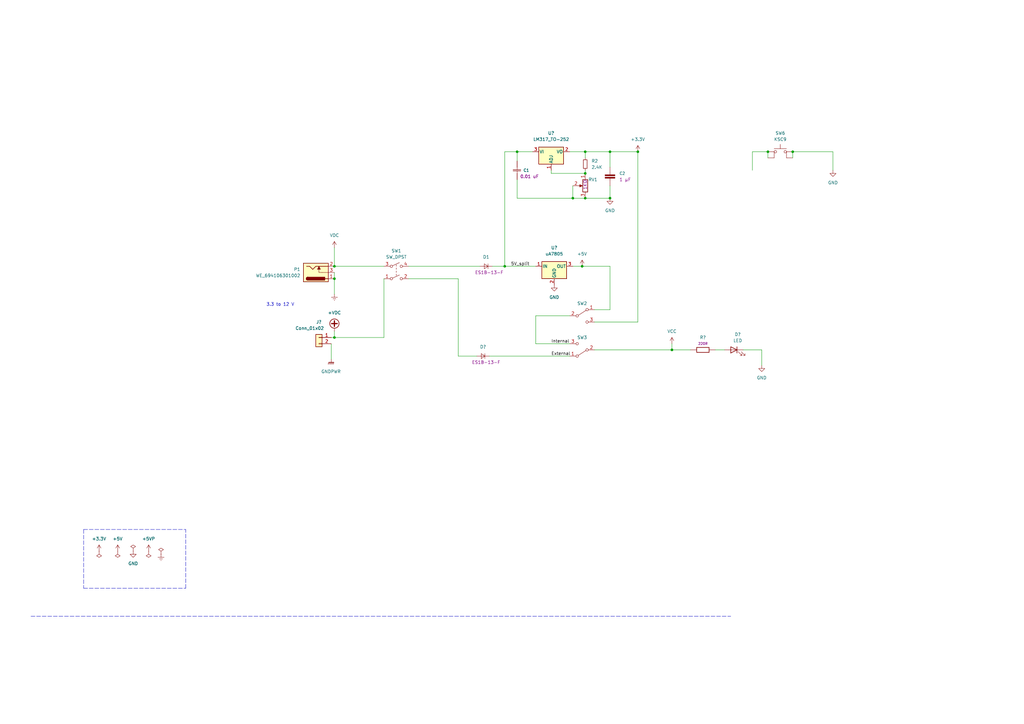
<source format=kicad_sch>
(kicad_sch (version 20211123) (generator eeschema)
  (paper "A3")
  (title_block (title "AT40M") (date "2022-09-09") (rev "A-A"))
  (lib_symbols
    (symbol "Connector_Generic:Conn_01x02" (pin_names (offset 1.016) hide)
      (property "Reference" "J" (at 0 2.54 0))
      (property "Value" "Conn_01x02" (at 0 -5.08 0))
      (symbol "Conn_01x02_1_1"
        (rectangle (start -1.27 -2.413) (end 0 -2.667) (stroke (width 0.1524)))
        (rectangle (start -1.27 0.127) (end 0 -0.127) (stroke (width 0.1524)))
        (rectangle (start -1.27 1.27) (end 1.27 -3.81) (stroke (width 0.254)) (fill (type background)))
        (pin passive line (at -5.08 0 0) (length 3.81) (name "Pin_1") (number "1"))
        (pin passive line (at -5.08 -2.54 0) (length 3.81) (name "Pin_2") (number "2"))
      )
    )
    (symbol "Device:LED" (pin_numbers hide) (pin_names (offset 1.016) hide)
      (property "Reference" "D" (at 0 2.54 0))
      (property "Value" "LED" (at 0 -2.54 0))
      (symbol "LED_0_1"
        (polyline (pts (xy -1.27 -1.27) (xy -1.27 1.27)) (stroke (width 0.254)))
        (polyline (pts (xy -1.27 0) (xy 1.27 0)))
        (polyline (pts (xy 1.27 -1.27) (xy 1.27 1.27) (xy -1.27 0) (xy 1.27 -1.27)) (stroke (width 0.254)))
        (polyline (pts (xy -3.048 -0.762) (xy -4.572 -2.286) (xy -3.81 -2.286) (xy -4.572 -2.286) (xy -4.572 -1.524)))
        (polyline (pts (xy -1.778 -0.762) (xy -3.302 -2.286) (xy -2.54 -2.286) (xy -3.302 -2.286) (xy -3.302 -1.524)))
      )
      (symbol "LED_1_1"
        (pin passive line (at -3.81 0 0) (length 2.54) (name "K") (number "1"))
        (pin passive line (at 3.81 0 180) (length 2.54) (name "A") (number "2"))
      )
    )
    (symbol "Device:R_Small" (pin_numbers hide) (pin_names (offset 0.254) hide)
      (property "Reference" "R" (at 0.762 0.508 0))
      (property "Value" "R_Small" (at 0.762 -1.016 0))
      (symbol "R_Small_0_1"
        (rectangle (start -0.762 1.778) (end 0.762 -1.778) (stroke (width 0.2032)))
      )
      (symbol "R_Small_1_1"
        (pin passive line (at 0 2.54 270) (length 0.762) (name "~") (number "1"))
        (pin passive line (at 0 -2.54 90) (length 0.762) (name "~") (number "2"))
      )
    )
    (symbol "LRJ-parts:C_CL21B103KBANNNC" (pin_numbers hide) (pin_names (offset 1.016) hide)
      (property "Reference" "C" (at 1.524 2.921 0))
      (property "MPN" "CL21B103KBANNNC" (at -11.43 0 0))
      (symbol "C_CL21B103KBANNNC_1_1"
        (polyline (pts (xy -1.651 -0.254) (xy 1.524 -0.254)) (stroke (width 0.2032)))
        (polyline (pts (xy -1.651 0.254) (xy 1.524 0.254)) (stroke (width 0.2032)))
        (polyline (pts (xy 0 -1.27) (xy 0 -0.254)))
        (polyline (pts (xy 0 1.27) (xy 0 0.254)))
        (pin passive line (at 0 3.81 270) (length 2.54) (name "1") (number "1"))
        (pin passive line (at 0 -3.81 90) (length 2.54) (name "2") (number "2"))
      )
    )
    (symbol "LRJ-parts:C_CL21B105KBFNNNF" (pin_numbers hide) (pin_names (offset 1.016) hide)
      (property "Reference" "C" (at 1.524 2.921 0))
      (property "Capacitance" "1 µF" (at -5.08 1.27 0))
      (property "Voltage rating" "50V" (at -5.08 -1.27 0))
      (symbol "C_CL21B105KBFNNNF_1_0"
        (polyline (pts (xy 0 0) (xy 0 0.508)))
        (polyline (pts (xy 0 2.54) (xy 0 2.032)))
      )
      (symbol "C_CL21B105KBFNNNF_1_1"
        (rectangle (start -2.032 0.508) (end 2.032 1.016) (fill (type outline)))
        (rectangle (start -2.032 1.524) (end 2.032 2.032) (fill (type outline)))
        (pin passive line (at 0 5.08 270) (length 2.54) (name "1") (number "1"))
        (pin passive line (at 0 -2.54 90) (length 2.54) (name "2") (number "2"))
      )
    )
    (symbol "LRJ-parts:RV_3361P-1-102GLF" (pin_names (offset 1.016) hide)
      (property "Reference" "RV" (at -2.54 0 0))
      (property "Resistance" "1KΩ" (at 0 0 90))
      (symbol "RV_3361P-1-102GLF_0_1"
        (polyline (pts (xy 2.54 0) (xy 1.524 0)))
        (polyline (pts (xy 1.143 0) (xy 2.286 0.508) (xy 2.286 -0.508) (xy 1.143 0)) (fill (type outline)))
        (rectangle (start 1.016 2.54) (end -1.016 -2.54) (stroke (width 0.254)))
      )
      (symbol "RV_3361P-1-102GLF_1_1"
        (pin passive line (at 0 5.08 270) (length 2.54) (name "1") (number "1"))
        (pin passive line (at 5.08 0 180) (length 2.54) (name "2") (number "2"))
        (pin passive line (at 0 -5.08 90) (length 2.54) (name "3") (number "3"))
      )
    )
    (symbol "LRJ-parts:R_CRGP0603F220R" (pin_numbers hide) (pin_names (offset 0))
      (property "Reference" "R" (at 2.032 0 90))
      (property "Resistance" "220R" (at 0 0 90))
      (symbol "R_CRGP0603F220R_0_1"
        (rectangle (start -1.016 -2.54) (end 1.016 2.54) (stroke (width 0.254)))
      )
      (symbol "R_CRGP0603F220R_1_1"
        (pin passive line (at 0 5.08 270) (length 2.54) (name "~") (number "1"))
        (pin passive line (at 0 -5.08 90) (length 2.54) (name "~") (number "2"))
      )
    )
    (symbol "LRJ-parts:TE_1977143-4" (pin_names (offset 0) hide)
      (property "Reference" "SW" (at 0 4.318 0))
      (symbol "TE_1977143-4_0_0"
        (circle (center -2.032 0) (radius 0.508))
        (circle (center 2.032 -2.54) (radius 0.508))
      )
      (symbol "TE_1977143-4_0_1"
        (polyline (pts (xy -1.524 0.254) (xy 1.651 2.286)))
        (circle (center 2.032 2.54) (radius 0.508))
      )
      (symbol "TE_1977143-4_1_1"
        (pin passive line (at 5.08 2.54 180) (length 2.54) (name "A") (number "1"))
        (pin passive line (at -5.08 0 0) (length 2.54) (name "B") (number "2"))
        (pin passive line (at 5.08 -2.54 180) (length 2.54) (name "C") (number "3"))
      )
    )
    (symbol "Regulator_Linear:LM317_TO-252" (pin_names (offset 0.254))
      (property "Reference" "U" (at -3.81 3.175 0))
      (property "Value" "LM317_TO-252" (at 0 3.175 0))
      (symbol "LM317_TO-252_0_1"
        (rectangle (start -5.08 1.905) (end 5.08 -5.08) (stroke (width 0.254)) (fill (type background)))
      )
      (symbol "LM317_TO-252_1_1"
        (pin input line (at 0 -7.62 90) (length 2.54) (name "ADJ") (number "1"))
        (pin power_out line (at 7.62 0 180) (length 2.54) (name "VO") (number "2"))
        (pin power_in line (at -7.62 0 0) (length 2.54) (name "VI") (number "3"))
      )
    )
    (symbol "Regulator_Linear:uA7805" (pin_names (offset 0.254))
      (property "Reference" "U" (at -3.81 3.175 0))
      (property "Value" "uA7805" (at 0 3.175 0))
      (symbol "uA7805_0_1"
        (rectangle (start -5.08 1.905) (end 5.08 -5.08) (stroke (width 0.254)) (fill (type background)))
      )
      (symbol "uA7805_1_1"
        (pin power_in line (at -7.62 0 0) (length 2.54) (name "IN") (number "1"))
        (pin power_in line (at 0 -7.62 90) (length 2.54) (name "GND") (number "2"))
        (pin power_out line (at 7.62 0 180) (length 2.54) (name "OUT") (number "3"))
      )
    )
    (symbol "Switch:SW_DPST" (pin_names (offset 0) hide)
      (property "Reference" "SW" (at 0 5.08 0))
      (property "Value" "SW_DPST" (at 0 -5.08 0))
      (symbol "SW_DPST_0_0"
        (circle (center -2.032 -2.54) (radius 0.508))
        (circle (center -2.032 2.54) (radius 0.508))
        (polyline (pts (xy -1.524 -2.286) (xy 1.27 -1.016)))
        (polyline (pts (xy -1.524 2.794) (xy 1.27 4.064)))
        (polyline (pts (xy 0 -1.27) (xy 0 -0.635)))
        (polyline (pts (xy 0 0) (xy 0 0.635)))
        (polyline (pts (xy 0 1.27) (xy 0 1.905)))
        (polyline (pts (xy 0 2.54) (xy 0 3.175)))
        (circle (center 2.032 -2.54) (radius 0.508))
        (circle (center 2.032 2.54) (radius 0.508))
      )
      (symbol "SW_DPST_1_1"
        (pin passive line (at -5.08 -2.54 0) (length 2.54) (name "1") (number "1"))
        (pin passive line (at 5.08 -2.54 180) (length 2.54) (name "2") (number "2"))
        (pin passive line (at -5.08 2.54 0) (length 2.54) (name "3") (number "3"))
        (pin passive line (at 5.08 2.54 180) (length 2.54) (name "4") (number "4"))
      )
    )
    (symbol "Zpark:D_ES1B-13-F" (pin_numbers hide) (pin_names (offset 0.254) hide)
      (property "Reference" "D" (at -1.27 2.032 0))
      (symbol "D_ES1B-13-F_0_1"
        (polyline (pts (xy -0.762 -1.016) (xy -0.762 1.016)))
        (polyline (pts (xy -0.762 0) (xy 0.762 0)))
        (polyline (pts (xy 0.762 -1.016) (xy -0.762 0) (xy 0.762 1.016) (xy 0.762 -1.016)))
      )
      (symbol "D_ES1B-13-F_1_1"
        (pin passive line (at -2.54 0 0) (length 1.778) (name "K") (number "1"))
        (pin passive line (at 2.54 0 180) (length 1.778) (name "A") (number "2"))
      )
    )
    (symbol "Zpark:KSC9" (pin_numbers hide) (pin_names (offset 1.016) hide)
      (property "Reference" "SW" (at 1.27 2.54 0))
      (property "Value" "KSC9" (at 0 -4.064 0))
      (symbol "KSC9_0_1"
        (circle (center -2.032 0) (radius 0.508))
        (polyline (pts (xy -2.54 -2.54) (xy -2.54 0)))
        (polyline (pts (xy 0 1.27) (xy 0 3.048)))
        (polyline (pts (xy 2.54 -2.54) (xy 2.54 0)))
        (polyline (pts (xy 2.54 1.27) (xy -2.54 1.27)))
        (circle (center 2.032 0) (radius 0.508))
        (pin passive line (at -5.08 0 0) (length 2.54) (name "1") (number "1"))
        (pin passive line (at 5.08 0 180) (length 2.54) (name "4") (number "4"))
      )
      (symbol "KSC9_1_1"
        (pin passive line (at -5.08 -2.54 0) (length 2.54) (name "2") (number "2"))
        (pin passive line (at 5.08 -2.54 180) (length 2.54) (name "3") (number "3"))
      )
    )
    (symbol "Zpark:WE_694106301002" (pin_names hide)
      (property "Reference" "J" (at 0 5.334 0))
      (property "Value" "WE_694106301002" (at 1.27 -6.35 0))
      (symbol "WE_694106301002_0_1"
        (rectangle (start -5.08 3.81) (end 5.08 -3.81) (stroke (width 0.254)) (fill (type background)))
        (arc (start -3.302 3.175) (mid -3.937 2.54) (end -3.302 1.905) (stroke (width 0.254)))
        (arc (start -3.302 3.175) (mid -3.937 2.54) (end -3.302 1.905) (stroke (width 0.254)) (fill (type outline)))
        (polyline (pts (xy 5.08 2.54) (xy 3.81 2.54)) (stroke (width 0.254)))
        (polyline (pts (xy 2.54 0) (xy 1.27 0) (xy 1.27 -1.905)))
        (polyline (pts (xy 0.635 -1.27) (xy 1.905 -1.27) (xy 1.27 -2.54) (xy 0.635 -1.27)) (fill (type outline)))
        (polyline (pts (xy -3.81 -2.54) (xy -2.54 -2.54) (xy -1.27 -1.27) (xy 0 -2.54) (xy 2.54 -2.54) (xy 5.08 -2.54)) (stroke (width 0.254)))
        (rectangle (start 3.683 3.175) (end -3.302 1.905) (stroke (width 0.254)) (fill (type outline)))
      )
      (symbol "WE_694106301002_1_1"
        (polyline (pts (xy 2.54 0) (xy 5.08 0)) (stroke (width 0.1524)))
        (pin passive line (at 7.62 2.54 180) (length 2.54) (name "~") (number "1"))
        (pin passive line (at 7.62 -2.54 180) (length 2.54) (name "~") (number "2"))
        (pin passive line (at 7.62 0 180) (length 2.54) (name "MP") (number "3"))
      )
    )
    (symbol "power:+3.3V" (power) (pin_names (offset 0))
      (property "Value" "+3.3V" (at 0 3.556 0))
      (symbol "+3.3V_0_1"
        (polyline (pts (xy -0.762 1.27) (xy 0 2.54)))
        (polyline (pts (xy 0 0) (xy 0 2.54)))
        (polyline (pts (xy 0 2.54) (xy 0.762 1.27)))
      )
      (symbol "+3.3V_1_1"
        (pin power_in line (at 0 0 90) (length 0) hide (name "+3.3V") (number "1"))
      )
    )
    (symbol "power:+5V" (power) (pin_names (offset 0))
      (property "Value" "+5V" (at 0 3.556 0))
      (symbol "+5V_0_1"
        (polyline (pts (xy -0.762 1.27) (xy 0 2.54)))
        (polyline (pts (xy 0 0) (xy 0 2.54)))
        (polyline (pts (xy 0 2.54) (xy 0.762 1.27)))
      )
      (symbol "+5V_1_1"
        (pin power_in line (at 0 0 90) (length 0) hide (name "+5V") (number "1"))
      )
    )
    (symbol "power:+5VP" (power) (pin_names (offset 0))
      (property "Value" "+5VP" (at 0 3.556 0))
      (symbol "+5VP_0_1"
        (polyline (pts (xy -0.762 1.27) (xy 0 2.54)))
        (polyline (pts (xy 0 0) (xy 0 2.54)))
        (polyline (pts (xy 0 2.54) (xy 0.762 1.27)))
      )
      (symbol "+5VP_1_1"
        (pin power_in line (at 0 0 90) (length 0) hide (name "+5VP") (number "1"))
      )
    )
    (symbol "power:+VDC" (power) (pin_names (offset 0))
      (property "Value" "+VDC" (at 0 6.35 0))
      (symbol "+VDC_0_1"
        (polyline (pts (xy -1.143 3.175) (xy 1.143 3.175)) (stroke (width 0.508)))
        (polyline (pts (xy 0 0) (xy 0 1.27)))
        (polyline (pts (xy 0 2.032) (xy 0 4.318)) (stroke (width 0.508)))
        (circle (center 0 3.175) (radius 1.905) (stroke (width 0.254)))
      )
      (symbol "+VDC_1_1"
        (pin power_in line (at 0 0 90) (length 0) hide (name "+VDC") (number "1"))
      )
    )
    (symbol "power:Earth" (power) (pin_names (offset 0))
      (symbol "Earth_0_1"
        (polyline (pts (xy -0.635 -1.905) (xy 0.635 -1.905)))
        (polyline (pts (xy -0.127 -2.54) (xy 0.127 -2.54)))
        (polyline (pts (xy 0 -1.27) (xy 0 0)))
        (polyline (pts (xy 1.27 -1.27) (xy -1.27 -1.27)))
      )
      (symbol "Earth_1_1"
        (pin power_in line (at 0 0 270) (length 0) hide (name "Earth") (number "1"))
      )
    )
    (symbol "power:GND" (power) (pin_names (offset 0))
      (property "Value" "GND" (at 0 -3.81 0))
      (symbol "GND_0_1"
        (polyline (pts (xy 0 0) (xy 0 -1.27) (xy 1.27 -1.27) (xy 0 -2.54) (xy -1.27 -1.27) (xy 0 -1.27)))
      )
      (symbol "GND_1_1"
        (pin power_in line (at 0 0 270) (length 0) hide (name "GND") (number "1"))
      )
    )
    (symbol "power:GNDPWR" (power) (pin_names (offset 0))
      (property "Value" "GNDPWR" (at 0 -3.302 0))
      (symbol "GNDPWR_0_1"
        (polyline (pts (xy 0 -1.27) (xy 0 0)))
        (polyline (pts (xy -1.016 -1.27) (xy -1.27 -2.032) (xy -1.27 -2.032)) (stroke (width 0.2032)))
        (polyline (pts (xy -0.508 -1.27) (xy -0.762 -2.032) (xy -0.762 -2.032)) (stroke (width 0.2032)))
        (polyline (pts (xy 0 -1.27) (xy -0.254 -2.032) (xy -0.254 -2.032)) (stroke (width 0.2032)))
        (polyline (pts (xy 0.508 -1.27) (xy 0.254 -2.032) (xy 0.254 -2.032)) (stroke (width 0.2032)))
        (polyline (pts (xy 1.016 -1.27) (xy -1.016 -1.27) (xy -1.016 -1.27)) (stroke (width 0.2032)))
        (polyline (pts (xy 1.016 -1.27) (xy 0.762 -2.032) (xy 0.762 -2.032) (xy 0.762 -2.032)) (stroke (width 0.2032)))
      )
      (symbol "GNDPWR_1_1"
        (pin power_in line (at 0 0 270) (length 0) hide (name "GNDPWR") (number "1"))
      )
    )
    (symbol "power:PWR_FLAG" (power) (pin_numbers hide) (pin_names (offset 0) hide)
      (property "Value" "PWR_FLAG" (at 0 3.81 0))
      (symbol "PWR_FLAG_0_0"
        (pin power_out line (at 0 0 90) (length 0) (name "pwr") (number "1"))
      )
      (symbol "PWR_FLAG_0_1"
        (polyline (pts (xy 0 0) (xy 0 1.27) (xy -1.016 1.905) (xy 0 2.54) (xy 1.016 1.905) (xy 0 1.27)))
      )
    )
    (symbol "power:VCC" (power) (pin_names (offset 0))
      (property "Value" "VCC" (at 0 3.81 0))
      (symbol "VCC_0_1"
        (polyline (pts (xy -0.762 1.27) (xy 0 2.54)))
        (polyline (pts (xy 0 0) (xy 0 2.54)))
        (polyline (pts (xy 0 2.54) (xy 0.762 1.27)))
      )
      (symbol "VCC_1_1"
        (pin power_in line (at 0 0 90) (length 0) hide (name "VCC") (number "1"))
      )
    )
    (symbol "power:VDC" (power) (pin_names (offset 0))
      (property "Value" "VDC" (at 0 6.35 0))
      (symbol "VDC_0_1"
        (polyline (pts (xy -0.762 1.27) (xy 0 2.54)))
        (polyline (pts (xy 0 0) (xy 0 2.54)))
        (polyline (pts (xy 0 2.54) (xy 0.762 1.27)))
      )
      (symbol "VDC_1_1"
        (pin power_in line (at 0 0 90) (length 0) hide (name "VDC") (number "1"))
      )
    )
  )
  (junction (at 240.03 81.28))
  (junction (at 240.03 62.23))
  (junction (at 234.95 81.28))
  (junction (at 137.16 109.22))
  (junction (at 137.16 114.3))
  (junction (at 250.19 62.23))
  (junction (at 238.76 109.22))
  (junction (at 250.19 81.28))
  (junction (at 207.01 109.22))
  (junction (at 275.59 143.51))
  (junction (at 314.96 62.23))
  (junction (at 212.09 62.23))
  (junction (at 137.16 138.43))
  (junction (at 325.12 62.23))
  (junction (at 240.03 71.12))
  (junction (at 261.62 62.23))
  (wire (pts (xy 234.95 76.2) (xy 234.95 81.28)))
  (wire (pts (xy 325.12 62.23) (xy 325.12 64.77)))
  (polyline (pts (xy 76.2 241.3) (xy 76.2 217.17)))
  (wire (pts (xy 201.93 109.22) (xy 207.01 109.22)))
  (wire (pts (xy 312.42 143.51) (xy 312.42 149.86)))
  (wire (pts (xy 226.06 69.85) (xy 226.06 71.12)))
  (wire (pts (xy 135.89 147.32) (xy 135.89 140.97)))
  (wire (pts (xy 219.71 140.97) (xy 219.71 129.54)))
  (wire (pts (xy 219.71 140.97) (xy 233.68 140.97)))
  (wire (pts (xy 137.16 138.43) (xy 157.48 138.43)))
  (wire (pts (xy 341.63 62.23) (xy 341.63 69.85)))
  (wire (pts (xy 137.16 114.3) (xy 137.16 120.65)))
  (wire (pts (xy 308.61 62.23) (xy 308.61 69.85)))
  (wire (pts (xy 137.16 101.6) (xy 137.16 109.22)))
  (wire (pts (xy 137.16 109.22) (xy 157.48 109.22)))
  (wire (pts (xy 250.19 109.22) (xy 250.19 127)))
  (polyline (pts (xy 34.29 217.17) (xy 76.2 217.17)))
  (wire (pts (xy 250.19 76.2) (xy 250.19 81.28)))
  (wire (pts (xy 314.96 62.23) (xy 308.61 62.23)))
  (wire (pts (xy 243.84 132.08) (xy 261.62 132.08)))
  (wire (pts (xy 187.96 114.3) (xy 187.96 146.05)))
  (wire (pts (xy 275.59 140.97) (xy 275.59 143.51)))
  (wire (pts (xy 240.03 62.23) (xy 250.19 62.23)))
  (wire (pts (xy 240.03 62.23) (xy 240.03 64.77)))
  (polyline (pts (xy 34.29 241.3) (xy 76.2 241.3)))
  (wire (pts (xy 240.03 81.28) (xy 250.19 81.28)))
  (wire (pts (xy 250.19 62.23) (xy 261.62 62.23)))
  (wire (pts (xy 243.84 143.51) (xy 275.59 143.51)))
  (wire (pts (xy 135.89 138.43) (xy 137.16 138.43)))
  (wire (pts (xy 233.68 62.23) (xy 240.03 62.23)))
  (wire (pts (xy 275.59 143.51) (xy 283.21 143.51)))
  (wire (pts (xy 207.01 62.23) (xy 207.01 109.22)))
  (wire (pts (xy 187.96 146.05) (xy 195.58 146.05)))
  (wire (pts (xy 250.19 68.58) (xy 250.19 62.23)))
  (wire (pts (xy 238.76 109.22) (xy 250.19 109.22)))
  (wire (pts (xy 240.03 71.12) (xy 240.03 69.85)))
  (wire (pts (xy 219.71 129.54) (xy 233.68 129.54)))
  (wire (pts (xy 137.16 135.89) (xy 137.16 138.43)))
  (wire (pts (xy 157.48 114.3) (xy 157.48 138.43)))
  (wire (pts (xy 137.16 111.76) (xy 137.16 114.3)))
  (wire (pts (xy 234.95 81.28) (xy 240.03 81.28)))
  (wire (pts (xy 207.01 109.22) (xy 219.71 109.22)))
  (wire (pts (xy 226.06 71.12) (xy 240.03 71.12)))
  (wire (pts (xy 261.62 62.23) (xy 261.62 132.08)))
  (wire (pts (xy 304.8 143.51) (xy 312.42 143.51)))
  (polyline (pts (xy 34.29 217.17) (xy 34.29 241.3)))
  (wire (pts (xy 167.64 109.22) (xy 196.85 109.22)))
  (wire (pts (xy 212.09 81.28) (xy 234.95 81.28)))
  (wire (pts (xy 243.84 127) (xy 250.19 127)))
  (wire (pts (xy 314.96 62.23) (xy 314.96 64.77)))
  (wire (pts (xy 212.09 62.23) (xy 218.44 62.23)))
  (wire (pts (xy 212.09 62.23) (xy 212.09 66.04)))
  (wire (pts (xy 293.37 143.51) (xy 297.18 143.51)))
  (wire (pts (xy 207.01 62.23) (xy 212.09 62.23)))
  (wire (pts (xy 212.09 73.66) (xy 212.09 81.28)))
  (wire (pts (xy 325.12 62.23) (xy 341.63 62.23)))
  (wire (pts (xy 167.64 114.3) (xy 187.96 114.3)))
  (wire (pts (xy 200.66 146.05) (xy 233.68 146.05)))
  (polyline (pts (xy 12.7 252.73) (xy 299.72 252.73)))
  (wire (pts (xy 234.95 109.22) (xy 238.76 109.22)))
  (text "3.3 to 12 V" (at 109.22 125.73 0) (effects (font (size 1.27 1.27)) (justify left bottom)))
  (label "External" (at 226.06 146.05 0))
  (label "5V_split" (at 209.55 109.22 0))
  (label "Internal" (at 226.06 140.97 0))
  (symbol (lib_id "Switch:SW_DPST") (at 162.56 111.76 0) (unit 1)
    (property "Reference" "SW1" (at 162.56 102.87 0))
    (property "Value" "SW_DPST" (at 162.56 105.41 0))
  )
  (symbol (lib_id "power:+3.3V") (at 40.64 226.06 0) (unit 1)
    (property "Reference" "#PWR?" (effects hide))
    (property "Value" "+3.3V" (at 40.64 220.98 0))
  )
  (symbol (lib_id "power:PWR_FLAG") (at 54.61 226.06 0) (unit 1)
    (property "Reference" "#FLG?" (effects hide))
    (property "Value" "PWR_FLAG" (effects hide))
  )
  (symbol (lib_id "LRJ-parts:RV_3361P-1-102GLF") (at 240.03 76.2 0) (mirror y) (unit 1)
    (property "Reference" "RV1" (at 241.3 73.66 0) (effects (justify right)))
    (property "Value" "RV_3361P-1-102GLF" (effects hide))
    (property "Footprint" "LRJ:Potentiometer_Bourns_3361P_Horizontal" (effects hide))
    (property "Datasheet" "https://www.bourns.com/docs/Product-Datasheets/3361.pdf" (effects hide))
    (property "MPN" "3361P-1-102GLF" (effects hide))
    (property "Manufacturer" "Bourns Inc." (effects hide))
    (property "Description" "TRIMMER 1K OHM 0.5W GW TOP ADJ" (effects hide))
    (property "Resistance" "1KΩ" (at 240.03 73.66 90) (effects (justify right)))
    (property "Voltage rating" "350V" (effects hide))
    (property "Current rating" "22mA" (effects hide))
    (property "Power rating" "0.5W" (effects hide))
  )
  (symbol (lib_id "power:+5VP") (at 60.96 226.06 0) (unit 1)
    (property "Reference" "#PWR?" (effects hide))
    (property "Value" "+5VP" (at 60.96 220.98 0))
  )
  (symbol (lib_id "power:VDC") (at 137.16 101.6 0) (unit 1)
    (property "Reference" "#PWR?" (effects hide))
    (property "Value" "VDC" (at 137.16 96.52 0))
  )
  (symbol (lib_id "power:GND") (at 227.33 116.84 0) (unit 1)
    (property "Reference" "#PWR?" (effects hide))
    (property "Value" "GND" (at 227.33 121.92 0))
  )
  (symbol (lib_id "Device:LED") (at 300.99 143.51 0) (mirror y) (unit 1)
    (property "Reference" "D?" (at 302.5775 137.16 0))
    (property "Value" "LED" (at 302.5775 139.7 0))
  )
  (symbol (lib_id "LRJ-parts:C_CL21B103KBANNNC") (at 212.09 69.85 0) (unit 1)
    (property "Reference" "C1" (at 214.63 69.85 0) (effects (font (size 1.143 1.143)) (justify left)))
    (property "Value" "C_CL21B103KBANNNC" (effects hide))
    (property "Footprint" "Capacitor_SMD:C_0805_2012Metric" (effects hide))
    (property "Datasheet" "https://www.vishay.com/docs/45199/vjcommercialseries.pdf" (effects hide))
    (property "Manufacturer" "Samsung Electro-Mechanics" (effects hide))
    (property "MPN" "CL21B103KBANNNC" (effects hide))
    (property "Mouser datasheet" "https://www.mouser.se/datasheet/2/427/vjcommercialseries-1764145.pdf" (effects hide))
    (property "Capacitance" "0.01 uF" (at 217.17 72.39 0))
    (property "Voltage rating" "50V" (effects hide))
    (property "Temperature Coefficient " "X7R" (effects hide))
    (property "Mounting type" "SMD" (effects hide))
    (property "Status" "Active" (effects hide))
    (property "Price" "€0,08" (effects hide))
  )
  (symbol (lib_id "power:VCC") (at 275.59 140.97 0) (unit 1)
    (property "Reference" "#PWR?" (effects hide))
    (property "Value" "VCC" (at 275.59 135.89 0))
  )
  (symbol (lib_id "power:+5V") (at 48.26 226.06 0) (unit 1)
    (property "Reference" "#PWR?" (effects hide))
    (property "Value" "+5V" (at 48.26 220.98 0))
  )
  (symbol (lib_id "Device:R_Small") (at 240.03 67.31 0) (unit 1)
    (property "Reference" "R2" (at 242.57 66.0399 0) (effects (justify left)))
    (property "Value" "2.4K" (at 242.57 68.5799 0) (effects (justify left)))
    (property "Footprint" "Resistor_SMD:R_0603_1608Metric" (effects hide))
  )
  (symbol (lib_id "power:PWR_FLAG") (at 48.26 226.06 180) (unit 1)
    (property "Reference" "#FLG?" (effects hide))
    (property "Value" "PWR_FLAG" (effects hide))
  )
  (symbol (lib_id "power:GND") (at 250.19 81.28 0) (unit 1)
    (property "Reference" "#PWR?" (effects hide))
    (property "Value" "GND" (at 250.19 86.36 0))
  )
  (symbol (lib_id "power:GND") (at 312.42 149.86 0) (unit 1)
    (property "Reference" "#PWR?" (effects hide))
    (property "Value" "GND" (at 312.42 154.94 0))
  )
  (symbol (lib_id "LRJ-parts:TE_1977143-4") (at 238.76 129.54 0) (unit 1)
    (property "Reference" "SW2" (at 238.76 124.46 0))
    (property "Value" "TE_1977143-4" (effects hide))
    (property "Footprint" "Button_Switch_SMD:SW_SPDT_PCM12" (effects hide))
    (property "Datasheet" "https://www.te.com/commerce/DocumentDelivery/DDEController?Action=srchrtrv&DocNm=1977143&DocType=Customer+Drawing&DocLang=English" (effects hide))
    (property "Description" "SWITCH SLIDE SPDT 500mA 24V" (effects hide))
    (property "MPN" "1977143-4" (effects hide))
    (property "Voltage rating" "24V" (effects hide))
    (property "Current rating" "0.5A" (effects hide))
    (property "Manufacturer" "TE Connectivity" (effects hide))
  )
  (symbol (lib_id "Zpark:WE_694106301002") (at 129.54 111.76 0) (mirror x) (unit 1)
    (property "Reference" "P1" (at 123.19 110.4899 0) (effects (justify right)))
    (property "Value" "WE_694106301002" (at 123.19 113.0299 0) (effects (justify right)))
    (property "Footprint" "Connector_BarrelJack:BarrelJack_Wuerth_6941xx301002" (effects hide))
    (property "Datasheet" "https://katalog.we-online.de/em/datasheet/6941xx301002.pdf" (effects hide))
    (property "Manufacturer" " Würth Elektronik " (effects hide))
    (property "MPN" "694106301002" (effects hide))
    (property "Status" "Active" (effects hide))
    (property "Type" "THT" (effects hide))
    (property "Price" "0,78€" (effects hide))
    (property "Farnell shop" "https://se.farnell.com/wurth-elektronik/694106301002/kontaktdon-str-minmatn-jack-3a/dp/2472149" (effects hide))
    (property "Voltage rating" "24VDC" (effects hide))
    (property "Current rating" "5A" (effects hide))
    (property "Operating Temperature " "-40°C to +85°C " (effects hide))
  )
  (symbol (lib_id "LRJ-parts:TE_1977143-4") (at 238.76 143.51 180) (unit 1)
    (property "Reference" "SW3" (at 238.76 138.43 0))
    (property "Value" "TE_1977143-4" (effects hide))
    (property "Footprint" "Button_Switch_SMD:SW_SPDT_PCM12" (effects hide))
    (property "Datasheet" "https://www.te.com/commerce/DocumentDelivery/DDEController?Action=srchrtrv&DocNm=1977143&DocType=Customer+Drawing&DocLang=English" (effects hide))
    (property "Description" "SWITCH SLIDE SPDT 500mA 24V" (effects hide))
    (property "MPN" "1977143-4" (effects hide))
    (property "Voltage rating" "24V" (effects hide))
    (property "Current rating" "0.5A" (effects hide))
    (property "Manufacturer" "TE Connectivity" (effects hide))
  )
  (symbol (lib_id "Regulator_Linear:uA7805") (at 227.33 109.22 0) (unit 1)
    (property "Reference" "U?" (at 227.33 101.6 0))
    (property "Value" "uA7805" (at 227.33 104.14 0))
    (property "Footprint" "Package_TO_SOT_SMD:TO-263-2" (effects hide))
    (property "Datasheet" "http://www.ti.com/lit/ds/symlink/ua78.pdf" (effects hide))
  )
  (symbol (lib_id "power:PWR_FLAG") (at 40.64 226.06 180) (unit 1)
    (property "Reference" "#FLG?" (effects hide))
    (property "Value" "PWR_FLAG" (effects hide))
  )
  (symbol (lib_id "power:PWR_FLAG") (at 60.96 226.06 180) (unit 1)
    (property "Reference" "#FLG?" (effects hide))
    (property "Value" "PWR_FLAG" (effects hide))
  )
  (symbol (lib_id "power:GNDPWR") (at 135.89 147.32 0) (unit 1)
    (property "Reference" "#PWR?" (effects hide))
    (property "Value" "GNDPWR" (at 135.763 152.4 0))
  )
  (symbol (lib_id "power:+3.3V") (at 261.62 62.23 0) (unit 1)
    (property "Reference" "#PWR?" (effects hide))
    (property "Value" "+3.3V" (at 261.62 57.15 0))
  )
  (symbol (lib_id "Zpark:D_ES1B-13-F") (at 198.12 146.05 0) (mirror y) (unit 1)
    (property "Reference" "D?" (at 198.12 142.24 0))
    (property "Value" "D_ES1B-13-F" (effects hide))
    (property "Footprint" "footprints_zpark:DO-214AC" (effects hide))
    (property "Datasheet" "https://www.diodes.com/assets/Datasheets/ds16003.pdf" (effects hide))
    (property "Manufacturer" "Diodes Incorporated" (effects hide))
    (property "MPN" "ES1B-13-F" (at 199.39 148.59 0))
  )
  (symbol (lib_id "LRJ-parts:R_CRGP0603F220R") (at 288.29 143.51 90) (unit 1)
    (property "Reference" "R?" (at 288.29 138.43 90))
    (property "Value" "R_CRGP0603F220R" (effects hide))
    (property "Footprint" "Resistor_SMD:R_0603_1608Metric" (effects hide))
    (property "Datasheet" "https://www.te.com/commerce/DocumentDelivery/DDEController?Action=srchrtrv&DocNm=9-1773463-9&DocType=DS&DocLang=English" (effects hide))
    (property "Resistance" "220R" (at 288.29 140.97 90) (effects (font (size 0.9906 0.9906))))
    (property "Power (Watts) " " 0.25W, 1/4W" (effects hide))
    (property "Operating Temperature " " -55°C to 155°C " (effects hide))
    (property "MPN" "CRGP0603F220R" (effects hide))
    (property "Manufacturer" "TE Connectivity" (effects hide))
  )
  (symbol (lib_id "power:PWR_FLAG") (at 66.04 227.33 0) (unit 1)
    (property "Reference" "#FLG?" (effects hide))
    (property "Value" "PWR_FLAG" (effects hide))
  )
  (symbol (lib_id "power:GND") (at 341.63 69.85 0) (unit 1)
    (property "Reference" "#PWR?" (effects hide))
    (property "Value" "GND" (at 341.63 74.93 0))
  )
  (symbol (lib_id "power:+VDC") (at 137.16 135.89 0) (unit 1)
    (property "Reference" "#PWR?" (effects hide))
    (property "Value" "+VDC" (at 137.16 128.27 0))
  )
  (symbol (lib_id "Connector_Generic:Conn_01x02") (at 130.81 138.43 0) (mirror y) (unit 1)
    (property "Reference" "J?" (at 130.81 132.08 0))
    (property "Value" "Conn_01x02" (at 127 134.62 0))
    (property "Footprint" "Connector_PinHeader_2.54mm:PinHeader_1x02_P2.54mm_Vertical_SMD_Pin1Left" (effects hide))
  )
  (symbol (lib_id "LRJ-parts:C_CL21B105KBFNNNF") (at 250.19 73.66 0) (mirror y) (unit 1)
    (property "Reference" "C2" (at 254 71.12 0) (effects (font (size 1.143 1.143)) (justify right)))
    (property "Value" "C_CL21B105KBFNNNF" (effects hide))
    (property "Footprint" "Capacitor_SMD:C_0805_2012Metric_Pad1.18x1.45mm_HandSolder" (effects hide))
    (property "Datasheet" "http://www.samsungsem.com/kr/support/product-search/mlcc/CL21B105KBFNNNF.jsp" (effects hide))
    (property "Capacitance" "1 µF" (at 254 73.6599 0) (effects (justify right)))
    (property "MPN" "CL21B105KBFNNNF" (effects hide))
    (property "Manufacturer" "Samsung Electro-Mechanics" (effects hide))
    (property "Voltage rating" "50V" (effects hide))
  )
  (symbol (lib_id "Zpark:D_ES1B-13-F") (at 199.39 109.22 0) (mirror y) (unit 1)
    (property "Reference" "D1" (at 199.39 105.41 0))
    (property "Value" "D_ES1B-13-F" (effects hide))
    (property "Footprint" "footprints_zpark:DO-214AC" (effects hide))
    (property "Datasheet" "https://www.diodes.com/assets/Datasheets/ds16003.pdf" (effects hide))
    (property "Manufacturer" "Diodes Incorporated" (effects hide))
    (property "MPN" "ES1B-13-F" (at 200.66 111.76 0))
  )
  (symbol (lib_id "power:Earth") (at 137.16 120.65 0) (unit 1)
    (property "Reference" "#PWR?" (effects hide))
    (property "Value" "Earth" (effects hide))
  )
  (symbol (lib_id "power:GND") (at 54.61 226.06 0) (unit 1)
    (property "Reference" "#PWR?" (effects hide))
    (property "Value" "GND" (at 54.61 231.14 0))
  )
  (symbol (lib_id "power:+5V") (at 238.76 109.22 0) (unit 1)
    (property "Reference" "#PWR?" (effects hide))
    (property "Value" "+5V" (at 238.76 104.14 0))
  )
  (symbol (lib_id "Regulator_Linear:LM317_TO-252") (at 226.06 62.23 0) (unit 1)
    (property "Reference" "U?" (at 226.06 54.61 0))
    (property "Value" "LM317_TO-252" (at 226.06 57.15 0))
    (property "Footprint" "Package_TO_SOT_SMD:TO-252-2" (effects hide))
    (property "Datasheet" "http://www.ti.com/lit/ds/snvs774n/snvs774n.pdf" (effects hide))
  )
  (symbol (lib_id "Zpark:KSC9") (at 320.04 62.23 0) (unit 1)
    (property "Reference" "SW6" (at 320.04 54.61 0))
    (property "Value" "KSC9" (at 320.04 57.15 0))
    (property "Footprint" "footprints_zpark:SW_KSC9J" (effects hide))
    (property "Datasheet" "https://www.ckswitches.com/media/1975/ksc9.pdf" (effects hide))
    (property "MPN" "KSC941JLFS" (effects hide))
    (property "Manufacturer" "C&K" (effects hide))
  )
  (symbol (lib_id "power:Earth") (at 66.04 227.33 0) (unit 1)
    (property "Reference" "#PWR?" (effects hide))
    (property "Value" "Earth" (effects hide))
  )
)
</source>
